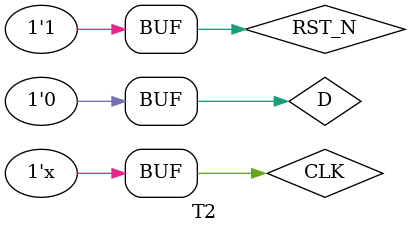
<source format=v>
`timescale 1ns / 1ps

module T2();
reg CLK, RST_N, D;
wire q;
d_ff_r d_ff_r(CLK, RST_N, D, q);
initial
begin
    CLK = 0;
    RST_N = 0;
    #27 RST_N = 1;
end
initial
begin
    D = 0;
    #13 D = 1;
    #24 D = 0;
end
always #5 CLK = ~CLK;
endmodule
</source>
